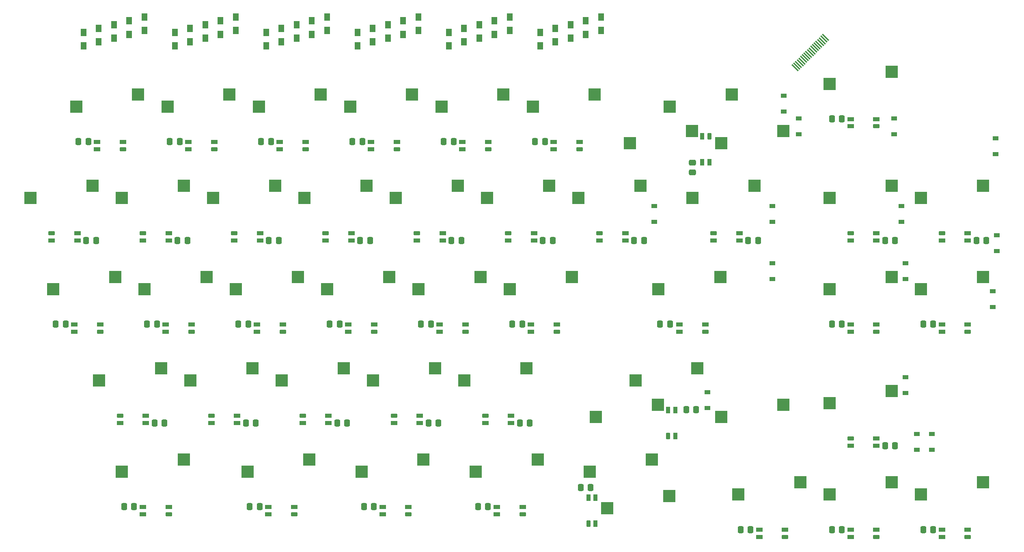
<source format=gbr>
%TF.GenerationSoftware,KiCad,Pcbnew,(6.0.5)*%
%TF.CreationDate,2022-07-29T15:57:34-06:00*%
%TF.ProjectId,kb_right,6b625f72-6967-4687-942e-6b696361645f,rev?*%
%TF.SameCoordinates,Original*%
%TF.FileFunction,Paste,Bot*%
%TF.FilePolarity,Positive*%
%FSLAX46Y46*%
G04 Gerber Fmt 4.6, Leading zero omitted, Abs format (unit mm)*
G04 Created by KiCad (PCBNEW (6.0.5)) date 2022-07-29 15:57:34*
%MOMM*%
%LPD*%
G01*
G04 APERTURE LIST*
G04 Aperture macros list*
%AMRoundRect*
0 Rectangle with rounded corners*
0 $1 Rounding radius*
0 $2 $3 $4 $5 $6 $7 $8 $9 X,Y pos of 4 corners*
0 Add a 4 corners polygon primitive as box body*
4,1,4,$2,$3,$4,$5,$6,$7,$8,$9,$2,$3,0*
0 Add four circle primitives for the rounded corners*
1,1,$1+$1,$2,$3*
1,1,$1+$1,$4,$5*
1,1,$1+$1,$6,$7*
1,1,$1+$1,$8,$9*
0 Add four rect primitives between the rounded corners*
20,1,$1+$1,$2,$3,$4,$5,0*
20,1,$1+$1,$4,$5,$6,$7,0*
20,1,$1+$1,$6,$7,$8,$9,0*
20,1,$1+$1,$8,$9,$2,$3,0*%
%AMRotRect*
0 Rectangle, with rotation*
0 The origin of the aperture is its center*
0 $1 length*
0 $2 width*
0 $3 Rotation angle, in degrees counterclockwise*
0 Add horizontal line*
21,1,$1,$2,0,0,$3*%
G04 Aperture macros list end*
%ADD10R,2.550000X2.500000*%
%ADD11R,1.200000X1.600000*%
%ADD12RoundRect,0.250000X-0.337500X-0.475000X0.337500X-0.475000X0.337500X0.475000X-0.337500X0.475000X0*%
%ADD13R,1.200000X0.900000*%
%ADD14RoundRect,0.250000X0.337500X0.475000X-0.337500X0.475000X-0.337500X-0.475000X0.337500X-0.475000X0*%
%ADD15R,1.400000X0.820000*%
%ADD16RoundRect,0.205000X0.495000X0.205000X-0.495000X0.205000X-0.495000X-0.205000X0.495000X-0.205000X0*%
%ADD17RoundRect,0.205000X-0.495000X-0.205000X0.495000X-0.205000X0.495000X0.205000X-0.495000X0.205000X0*%
%ADD18RoundRect,0.250000X-0.475000X0.337500X-0.475000X-0.337500X0.475000X-0.337500X0.475000X0.337500X0*%
%ADD19R,0.820000X1.400000*%
%ADD20RoundRect,0.205000X0.205000X-0.495000X0.205000X0.495000X-0.205000X0.495000X-0.205000X-0.495000X0*%
%ADD21RoundRect,0.205000X-0.205000X0.495000X-0.205000X-0.495000X0.205000X-0.495000X0.205000X0.495000X0*%
%ADD22RotRect,1.900000X0.300000X315.000000*%
G04 APERTURE END LIST*
D10*
%TO.C,MX16*%
X153252500Y-73660000D03*
X166179500Y-71120000D03*
%TD*%
D11*
%TO.C,D15*%
X154781250Y-36700000D03*
X154781250Y-39500000D03*
%TD*%
D10*
%TO.C,MX34*%
X205640000Y-116522500D03*
X218567000Y-113982500D03*
%TD*%
%TO.C,MX11*%
X58002500Y-73660000D03*
X70929500Y-71120000D03*
%TD*%
%TO.C,MX4*%
X105627500Y-54610000D03*
X118554500Y-52070000D03*
%TD*%
D11*
%TO.C,D11*%
X78581250Y-36700000D03*
X78581250Y-39500000D03*
%TD*%
%TO.C,D13*%
X116681250Y-36700000D03*
X116681250Y-39500000D03*
%TD*%
D10*
%TO.C,MX6*%
X143727500Y-54610000D03*
X156654500Y-52070000D03*
%TD*%
D11*
%TO.C,D12*%
X97631250Y-36700000D03*
X97631250Y-39500000D03*
%TD*%
%TO.C,D37*%
X69056250Y-39081250D03*
X69056250Y-41881250D03*
%TD*%
D10*
%TO.C,MX33*%
X165158750Y-111760000D03*
X178085750Y-109220000D03*
%TD*%
D11*
%TO.C,D41*%
X145256250Y-39081250D03*
X145256250Y-41881250D03*
%TD*%
D10*
%TO.C,MX32*%
X129440000Y-111760000D03*
X142367000Y-109220000D03*
%TD*%
%TO.C,MX38*%
X108008750Y-130810000D03*
X120935750Y-128270000D03*
%TD*%
D11*
%TO.C,D39*%
X107156250Y-39081250D03*
X107156250Y-41881250D03*
%TD*%
D10*
%TO.C,MX43*%
X224690000Y-135572500D03*
X237617000Y-133032500D03*
%TD*%
D11*
%TO.C,D5*%
X138906250Y-35906250D03*
X138906250Y-38706250D03*
%TD*%
%TO.C,D29*%
X72231250Y-38287500D03*
X72231250Y-41087500D03*
%TD*%
D10*
%TO.C,MX17*%
X177065000Y-73660000D03*
X189992000Y-71120000D03*
%TD*%
%TO.C,MX8*%
X195997500Y-59690000D03*
X183070500Y-62230000D03*
%TD*%
D11*
%TO.C,D6*%
X157956250Y-35906250D03*
X157956250Y-38706250D03*
%TD*%
D10*
%TO.C,MX14*%
X115152500Y-73660000D03*
X128079500Y-71120000D03*
%TD*%
%TO.C,MX24*%
X138965000Y-92710000D03*
X151892000Y-90170000D03*
%TD*%
%TO.C,MX40*%
X155633750Y-130810000D03*
X168560750Y-128270000D03*
%TD*%
%TO.C,MX1*%
X48477500Y-54610000D03*
X61404500Y-52070000D03*
%TD*%
%TO.C,MX9*%
X205640000Y-49847500D03*
X218567000Y-47307500D03*
%TD*%
%TO.C,MX28*%
X53240000Y-111760000D03*
X66167000Y-109220000D03*
%TD*%
D11*
%TO.C,D33*%
X148431250Y-38287500D03*
X148431250Y-41087500D03*
%TD*%
%TO.C,D22*%
X113506250Y-37493750D03*
X113506250Y-40293750D03*
%TD*%
D10*
%TO.C,MX42*%
X205640000Y-135572500D03*
X218567000Y-133032500D03*
%TD*%
D11*
%TO.C,D14*%
X135731250Y-36700000D03*
X135731250Y-39500000D03*
%TD*%
%TO.C,D40*%
X126206250Y-39081250D03*
X126206250Y-41881250D03*
%TD*%
%TO.C,D32*%
X129381250Y-38287500D03*
X129381250Y-41087500D03*
%TD*%
%TO.C,D20*%
X75406250Y-37493750D03*
X75406250Y-40293750D03*
%TD*%
D10*
%TO.C,MX18*%
X205640000Y-73660000D03*
X218567000Y-71120000D03*
%TD*%
%TO.C,MX3*%
X86577500Y-54610000D03*
X99504500Y-52070000D03*
%TD*%
%TO.C,MX31*%
X110390000Y-111760000D03*
X123317000Y-109220000D03*
%TD*%
%TO.C,MX23*%
X119915000Y-92710000D03*
X132842000Y-90170000D03*
%TD*%
%TO.C,MX26*%
X205640000Y-92710000D03*
X218567000Y-90170000D03*
%TD*%
%TO.C,MX25*%
X169921250Y-92710000D03*
X182848250Y-90170000D03*
%TD*%
D11*
%TO.C,D30*%
X91281250Y-38287500D03*
X91281250Y-41087500D03*
%TD*%
D10*
%TO.C,MX15*%
X134202500Y-73660000D03*
X147129500Y-71120000D03*
%TD*%
D11*
%TO.C,D10*%
X59531250Y-36700000D03*
X59531250Y-39500000D03*
%TD*%
D10*
%TO.C,MX7*%
X176947500Y-59690000D03*
X164020500Y-62230000D03*
%TD*%
%TO.C,MX21*%
X81815000Y-92710000D03*
X94742000Y-90170000D03*
%TD*%
%TO.C,MX22*%
X100865000Y-92710000D03*
X113792000Y-90170000D03*
%TD*%
D11*
%TO.C,D36*%
X50006250Y-39081250D03*
X50006250Y-41881250D03*
%TD*%
D10*
%TO.C,MX2*%
X67527500Y-54610000D03*
X80454500Y-52070000D03*
%TD*%
D11*
%TO.C,D19*%
X56356250Y-37493750D03*
X56356250Y-40293750D03*
%TD*%
%TO.C,D24*%
X151606250Y-37493750D03*
X151606250Y-40293750D03*
%TD*%
D10*
%TO.C,MX7_1*%
X172302500Y-54610000D03*
X185229500Y-52070000D03*
%TD*%
%TO.C,MX20*%
X62765000Y-92710000D03*
X75692000Y-90170000D03*
%TD*%
%TO.C,MX32_1*%
X195997500Y-116840000D03*
X183070500Y-119380000D03*
%TD*%
%TO.C,MX37*%
X84196250Y-130810000D03*
X97123250Y-128270000D03*
%TD*%
%TO.C,MX36*%
X58002500Y-130810000D03*
X70929500Y-128270000D03*
%TD*%
%TO.C,MX32_2*%
X169803750Y-116840000D03*
X156876750Y-119380000D03*
%TD*%
%TO.C,MX40_1*%
X172185000Y-135890000D03*
X159258000Y-138430000D03*
%TD*%
%TO.C,MX39*%
X131821250Y-130810000D03*
X144748250Y-128270000D03*
%TD*%
D11*
%TO.C,D23*%
X132556250Y-37493750D03*
X132556250Y-40293750D03*
%TD*%
D10*
%TO.C,MX29*%
X72290000Y-111760000D03*
X85217000Y-109220000D03*
%TD*%
D11*
%TO.C,D2*%
X81756250Y-35906250D03*
X81756250Y-38706250D03*
%TD*%
D10*
%TO.C,MX13*%
X96102500Y-73660000D03*
X109029500Y-71120000D03*
%TD*%
%TO.C,MX19*%
X43715000Y-92710000D03*
X56642000Y-90170000D03*
%TD*%
%TO.C,MX10*%
X38952500Y-73660000D03*
X51879500Y-71120000D03*
%TD*%
%TO.C,MX27*%
X224690000Y-73660000D03*
X237617000Y-71120000D03*
%TD*%
D11*
%TO.C,D31*%
X110331250Y-38287500D03*
X110331250Y-41087500D03*
%TD*%
%TO.C,D28*%
X53181250Y-38287500D03*
X53181250Y-41087500D03*
%TD*%
D10*
%TO.C,MX30*%
X91340000Y-111760000D03*
X104267000Y-109220000D03*
%TD*%
%TO.C,MX35*%
X224690000Y-92710000D03*
X237617000Y-90170000D03*
%TD*%
D11*
%TO.C,D3*%
X100806250Y-35906250D03*
X100806250Y-38706250D03*
%TD*%
D10*
%TO.C,MX5*%
X124677500Y-54610000D03*
X137604500Y-52070000D03*
%TD*%
D11*
%TO.C,D4*%
X119856250Y-35906250D03*
X119856250Y-38706250D03*
%TD*%
D10*
%TO.C,MX41*%
X186590000Y-135572500D03*
X199517000Y-133032500D03*
%TD*%
D11*
%TO.C,D21*%
X94456250Y-37493750D03*
X94456250Y-40293750D03*
%TD*%
D10*
%TO.C,MX12*%
X77052500Y-73660000D03*
X89979500Y-71120000D03*
%TD*%
D11*
%TO.C,D1*%
X62706250Y-35906250D03*
X62706250Y-38706250D03*
%TD*%
%TO.C,D38*%
X88106250Y-39081250D03*
X88106250Y-41881250D03*
%TD*%
D12*
%TO.C,C118*%
X236293750Y-82550000D03*
X238368750Y-82550000D03*
%TD*%
D13*
%TO.C,D35*%
X239712500Y-96392000D03*
X239712500Y-93092000D03*
%TD*%
D12*
%TO.C,C115*%
X164856250Y-82550000D03*
X166931250Y-82550000D03*
%TD*%
D14*
%TO.C,C101*%
X51043750Y-61912500D03*
X48968750Y-61912500D03*
%TD*%
D15*
%TO.C,D110*%
X67787500Y-82506250D03*
X67787500Y-81006250D03*
D16*
X62387500Y-81006250D03*
D15*
X62387500Y-82506250D03*
%TD*%
D14*
%TO.C,C103*%
X89143750Y-61912500D03*
X87068750Y-61912500D03*
%TD*%
D12*
%TO.C,C113*%
X126756250Y-82550000D03*
X128831250Y-82550000D03*
%TD*%
D14*
%TO.C,C122*%
X103431250Y-100012500D03*
X101356250Y-100012500D03*
%TD*%
D15*
%TO.C,D125*%
X174306250Y-100056250D03*
X174306250Y-101556250D03*
D17*
X179706250Y-101556250D03*
D15*
X179706250Y-100056250D03*
%TD*%
D12*
%TO.C,C129*%
X83893750Y-120650000D03*
X85968750Y-120650000D03*
%TD*%
D14*
%TO.C,C105*%
X127243750Y-61912500D03*
X125168750Y-61912500D03*
%TD*%
D15*
%TO.C,D138*%
X136206250Y-138156250D03*
X136206250Y-139656250D03*
D17*
X141606250Y-139656250D03*
D15*
X141606250Y-138156250D03*
%TD*%
D14*
%TO.C,C135*%
X60568750Y-138112500D03*
X58493750Y-138112500D03*
%TD*%
D15*
%TO.C,D113*%
X124937500Y-82506250D03*
X124937500Y-81006250D03*
D16*
X119537500Y-81006250D03*
D15*
X119537500Y-82506250D03*
%TD*%
%TO.C,D111*%
X86837500Y-82506250D03*
X86837500Y-81006250D03*
D16*
X81437500Y-81006250D03*
D15*
X81437500Y-82506250D03*
%TD*%
%TO.C,D128*%
X63025000Y-120606250D03*
X63025000Y-119106250D03*
D16*
X57625000Y-119106250D03*
D15*
X57625000Y-120606250D03*
%TD*%
D14*
%TO.C,C138*%
X134387500Y-138112500D03*
X132312500Y-138112500D03*
%TD*%
D15*
%TO.C,D115*%
X163037500Y-82506250D03*
X163037500Y-81006250D03*
D16*
X157637500Y-81006250D03*
D15*
X157637500Y-82506250D03*
%TD*%
%TO.C,D136*%
X88581250Y-138156250D03*
X88581250Y-139656250D03*
D17*
X93981250Y-139656250D03*
D15*
X93981250Y-138156250D03*
%TD*%
D13*
%TO.C,D18*%
X220662500Y-78643750D03*
X220662500Y-75343750D03*
%TD*%
D15*
%TO.C,D140*%
X190975000Y-142918750D03*
X190975000Y-144418750D03*
D17*
X196375000Y-144418750D03*
D15*
X196375000Y-142918750D03*
%TD*%
%TO.C,D104*%
X110012500Y-61956250D03*
X110012500Y-63456250D03*
D17*
X115412500Y-63456250D03*
D15*
X115412500Y-61956250D03*
%TD*%
%TO.C,D114*%
X143987500Y-82506250D03*
X143987500Y-81006250D03*
D16*
X138587500Y-81006250D03*
D15*
X138587500Y-82506250D03*
%TD*%
D13*
%TO.C,D27*%
X240506250Y-84708000D03*
X240506250Y-81408000D03*
%TD*%
D15*
%TO.C,D135*%
X62387500Y-138156250D03*
X62387500Y-139656250D03*
D17*
X67787500Y-139656250D03*
D15*
X67787500Y-138156250D03*
%TD*%
%TO.C,D120*%
X67150000Y-100056250D03*
X67150000Y-101556250D03*
D17*
X72550000Y-101556250D03*
D15*
X72550000Y-100056250D03*
%TD*%
%TO.C,D126*%
X210025000Y-100056250D03*
X210025000Y-101556250D03*
D17*
X215425000Y-101556250D03*
D15*
X215425000Y-100056250D03*
%TD*%
D18*
%TO.C,C107*%
X177006250Y-66272500D03*
X177006250Y-68347500D03*
%TD*%
D15*
%TO.C,D122*%
X105250000Y-100056250D03*
X105250000Y-101556250D03*
D17*
X110650000Y-101556250D03*
D15*
X110650000Y-100056250D03*
%TD*%
D14*
%TO.C,C125*%
X172360500Y-100012500D03*
X170285500Y-100012500D03*
%TD*%
D12*
%TO.C,C114*%
X145806250Y-82550000D03*
X147881250Y-82550000D03*
%TD*%
D14*
%TO.C,C104*%
X108193750Y-61912500D03*
X106118750Y-61912500D03*
%TD*%
D13*
%TO.C,D26*%
X221456250Y-87250000D03*
X221456250Y-90550000D03*
%TD*%
D15*
%TO.C,D129*%
X82075000Y-120606250D03*
X82075000Y-119106250D03*
D16*
X76675000Y-119106250D03*
D15*
X76675000Y-120606250D03*
%TD*%
%TO.C,D112*%
X105887500Y-82506250D03*
X105887500Y-81006250D03*
D16*
X100487500Y-81006250D03*
D15*
X100487500Y-82506250D03*
%TD*%
%TO.C,D141*%
X210025000Y-142918750D03*
X210025000Y-144418750D03*
D17*
X215425000Y-144418750D03*
D15*
X215425000Y-142918750D03*
%TD*%
%TO.C,D131*%
X120175000Y-120606250D03*
X120175000Y-119106250D03*
D16*
X114775000Y-119106250D03*
D15*
X114775000Y-120606250D03*
%TD*%
D13*
%TO.C,D43*%
X227012500Y-122968750D03*
X227012500Y-126268750D03*
%TD*%
D15*
%TO.C,D105*%
X129062500Y-61956250D03*
X129062500Y-63456250D03*
D17*
X134462500Y-63456250D03*
D15*
X134462500Y-61956250D03*
%TD*%
D12*
%TO.C,C116*%
X188668750Y-82550000D03*
X190743750Y-82550000D03*
%TD*%
%TO.C,C133*%
X175746500Y-117856000D03*
X177821500Y-117856000D03*
%TD*%
D14*
%TO.C,C121*%
X84381250Y-100012500D03*
X82306250Y-100012500D03*
%TD*%
D15*
%TO.C,D119*%
X48100000Y-100056250D03*
X48100000Y-101556250D03*
D17*
X53500000Y-101556250D03*
D15*
X53500000Y-100056250D03*
%TD*%
D14*
%TO.C,C142*%
X227256250Y-142875000D03*
X225181250Y-142875000D03*
%TD*%
D12*
%TO.C,C112*%
X107706250Y-82550000D03*
X109781250Y-82550000D03*
%TD*%
D15*
%TO.C,D130*%
X101125000Y-120606250D03*
X101125000Y-119106250D03*
D16*
X95725000Y-119106250D03*
D15*
X95725000Y-120606250D03*
%TD*%
D14*
%TO.C,C119*%
X46281250Y-100012500D03*
X44206250Y-100012500D03*
%TD*%
D13*
%TO.C,D7*%
X196056250Y-55625000D03*
X196056250Y-52325000D03*
%TD*%
D14*
%TO.C,C127*%
X227256250Y-100012500D03*
X225181250Y-100012500D03*
%TD*%
D15*
%TO.C,D108*%
X210025000Y-57193750D03*
X210025000Y-58693750D03*
D17*
X215425000Y-58693750D03*
D15*
X215425000Y-57193750D03*
%TD*%
%TO.C,D132*%
X139225000Y-120606250D03*
X139225000Y-119106250D03*
D16*
X133825000Y-119106250D03*
D15*
X133825000Y-120606250D03*
%TD*%
D14*
%TO.C,C139*%
X155818750Y-134143750D03*
X153743750Y-134143750D03*
%TD*%
D15*
%TO.C,D109*%
X48737500Y-82506250D03*
X48737500Y-81006250D03*
D16*
X43337500Y-81006250D03*
D15*
X43337500Y-82506250D03*
%TD*%
%TO.C,D124*%
X143350000Y-100056250D03*
X143350000Y-101556250D03*
D17*
X148750000Y-101556250D03*
D15*
X148750000Y-100056250D03*
%TD*%
D14*
%TO.C,C102*%
X70093750Y-61912500D03*
X68018750Y-61912500D03*
%TD*%
D12*
%TO.C,C130*%
X102943750Y-120650000D03*
X105018750Y-120650000D03*
%TD*%
D15*
%TO.C,D121*%
X86200000Y-100056250D03*
X86200000Y-101556250D03*
D17*
X91600000Y-101556250D03*
D15*
X91600000Y-100056250D03*
%TD*%
D14*
%TO.C,C120*%
X65331250Y-100012500D03*
X63256250Y-100012500D03*
%TD*%
D12*
%TO.C,C110*%
X69606250Y-82550000D03*
X71681250Y-82550000D03*
%TD*%
D13*
%TO.C,D25*%
X193675000Y-87250000D03*
X193675000Y-90550000D03*
%TD*%
D15*
%TO.C,D101*%
X52862500Y-61956250D03*
X52862500Y-63456250D03*
D17*
X58262500Y-63456250D03*
D15*
X58262500Y-61956250D03*
%TD*%
D12*
%TO.C,C132*%
X141043750Y-120650000D03*
X143118750Y-120650000D03*
%TD*%
D14*
%TO.C,C124*%
X141531250Y-100012500D03*
X139456250Y-100012500D03*
%TD*%
D13*
%TO.C,D8*%
X199231250Y-60387500D03*
X199231250Y-57087500D03*
%TD*%
D14*
%TO.C,C123*%
X122481250Y-100012500D03*
X120406250Y-100012500D03*
%TD*%
D12*
%TO.C,C109*%
X50556250Y-82550000D03*
X52631250Y-82550000D03*
%TD*%
D15*
%TO.C,D102*%
X71912500Y-61956250D03*
X71912500Y-63456250D03*
D17*
X77312500Y-63456250D03*
D15*
X77312500Y-61956250D03*
%TD*%
D14*
%TO.C,C106*%
X146293750Y-61912500D03*
X144218750Y-61912500D03*
%TD*%
D15*
%TO.C,D103*%
X90962500Y-61956250D03*
X90962500Y-63456250D03*
D17*
X96362500Y-63456250D03*
D15*
X96362500Y-61956250D03*
%TD*%
D13*
%TO.C,D44*%
X240284000Y-64515000D03*
X240284000Y-61215000D03*
%TD*%
D12*
%TO.C,C134*%
X217243750Y-125412500D03*
X219318750Y-125412500D03*
%TD*%
D14*
%TO.C,C136*%
X86762500Y-138112500D03*
X84687500Y-138112500D03*
%TD*%
D13*
%TO.C,D42*%
X223837500Y-122968750D03*
X223837500Y-126268750D03*
%TD*%
D14*
%TO.C,C140*%
X189156250Y-142875000D03*
X187081250Y-142875000D03*
%TD*%
D13*
%TO.C,D33_1*%
X180181250Y-114237500D03*
X180181250Y-117537500D03*
%TD*%
D12*
%TO.C,C117*%
X217243750Y-82550000D03*
X219318750Y-82550000D03*
%TD*%
%TO.C,C111*%
X88656250Y-82550000D03*
X90731250Y-82550000D03*
%TD*%
D15*
%TO.C,D137*%
X112393750Y-138156250D03*
X112393750Y-139656250D03*
D17*
X117793750Y-139656250D03*
D15*
X117793750Y-138156250D03*
%TD*%
D12*
%TO.C,C128*%
X64843750Y-120650000D03*
X66918750Y-120650000D03*
%TD*%
D13*
%TO.C,D16*%
X169068750Y-78643750D03*
X169068750Y-75343750D03*
%TD*%
D14*
%TO.C,C137*%
X110575000Y-138112500D03*
X108500000Y-138112500D03*
%TD*%
D15*
%TO.C,D117*%
X215425000Y-82506250D03*
X215425000Y-81006250D03*
D16*
X210025000Y-81006250D03*
D15*
X210025000Y-82506250D03*
%TD*%
D13*
%TO.C,D34*%
X221456250Y-111062500D03*
X221456250Y-114362500D03*
%TD*%
D12*
%TO.C,C131*%
X121993750Y-120650000D03*
X124068750Y-120650000D03*
%TD*%
D15*
%TO.C,D118*%
X234475000Y-82506250D03*
X234475000Y-81006250D03*
D16*
X229075000Y-81006250D03*
D15*
X229075000Y-82506250D03*
%TD*%
%TO.C,D106*%
X148112500Y-61956250D03*
X148112500Y-63456250D03*
D17*
X153512500Y-63456250D03*
D15*
X153512500Y-61956250D03*
%TD*%
%TO.C,D123*%
X124300000Y-100056250D03*
X124300000Y-101556250D03*
D17*
X129700000Y-101556250D03*
D15*
X129700000Y-100056250D03*
%TD*%
D14*
%TO.C,C141*%
X208206250Y-142875000D03*
X206131250Y-142875000D03*
%TD*%
D13*
%TO.C,D9*%
X219075000Y-60387500D03*
X219075000Y-57087500D03*
%TD*%
D19*
%TO.C,D107*%
X179082000Y-66200000D03*
X180582000Y-66200000D03*
D20*
X180582000Y-60800000D03*
D19*
X179082000Y-60800000D03*
%TD*%
D15*
%TO.C,D134*%
X215425000Y-125368750D03*
X215425000Y-123868750D03*
D16*
X210025000Y-123868750D03*
D15*
X210025000Y-125368750D03*
%TD*%
D19*
%TO.C,D139*%
X156833000Y-136206250D03*
X155333000Y-136206250D03*
D21*
X155333000Y-141606250D03*
D19*
X156833000Y-141606250D03*
%TD*%
D15*
%TO.C,D127*%
X229075000Y-100056250D03*
X229075000Y-101556250D03*
D17*
X234475000Y-101556250D03*
D15*
X234475000Y-100056250D03*
%TD*%
%TO.C,D116*%
X186850000Y-82506250D03*
X186850000Y-81006250D03*
D16*
X181450000Y-81006250D03*
D15*
X181450000Y-82506250D03*
%TD*%
%TO.C,D142*%
X229075000Y-142918750D03*
X229075000Y-144418750D03*
D17*
X234475000Y-144418750D03*
D15*
X234475000Y-142918750D03*
%TD*%
D14*
%TO.C,C126*%
X208206250Y-100012500D03*
X206131250Y-100012500D03*
%TD*%
D13*
%TO.C,D17*%
X193675000Y-78643750D03*
X193675000Y-75343750D03*
%TD*%
D22*
%TO.C,J1*%
X204819139Y-40145375D03*
X204465586Y-40498928D03*
X204112032Y-40852481D03*
X203758479Y-41206035D03*
X203404925Y-41559588D03*
X203051372Y-41913142D03*
X202697819Y-42266695D03*
X202344265Y-42620248D03*
X201990712Y-42973802D03*
X201637158Y-43327355D03*
X201283605Y-43680908D03*
X200930052Y-44034462D03*
X200576498Y-44388015D03*
X200222945Y-44741569D03*
X199869392Y-45095122D03*
X199515838Y-45448675D03*
X199162285Y-45802229D03*
X198808731Y-46155782D03*
X198455178Y-46509336D03*
%TD*%
D14*
%TO.C,C108*%
X208206250Y-57150000D03*
X206131250Y-57150000D03*
%TD*%
D19*
%TO.C,D133*%
X173470000Y-117950000D03*
X171970000Y-117950000D03*
D21*
X171970000Y-123350000D03*
D19*
X173470000Y-123350000D03*
%TD*%
M02*

</source>
